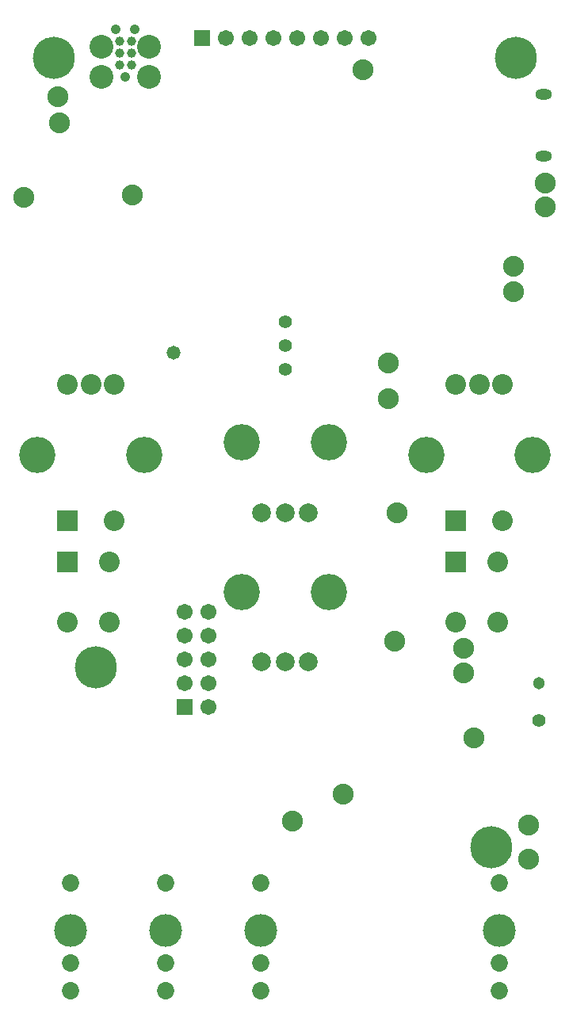
<source format=gbs>
G04*
G04 #@! TF.GenerationSoftware,Altium Limited,CircuitStudio,1.5.1 (13)*
G04*
G04 Layer_Color=8150272*
%FSLAX44Y44*%
%MOMM*%
G71*
G01*
G75*
%ADD126C,2.2352*%
%ADD127C,4.5032*%
%ADD128O,1.8032X1.1032*%
%ADD129R,2.2032X2.2032*%
%ADD130C,2.2032*%
%ADD131R,2.2032X2.2032*%
%ADD132C,3.8651*%
%ADD133C,1.7032*%
%ADD134R,1.7032X1.7032*%
%ADD135C,1.0668*%
%ADD136C,2.5400*%
%ADD137R,1.7032X1.7032*%
%ADD138C,1.4032*%
%ADD139C,2.0033*%
%ADD140C,1.8533*%
%ADD141C,3.5032*%
%ADD142C,1.3032*%
%ADD143C,1.4732*%
%ADD144C,0.9906*%
D126*
X308610Y1226820D02*
D03*
X310134Y1198880D02*
D03*
X671068Y781812D02*
D03*
X661670Y903732D02*
D03*
X742188Y637032D02*
D03*
X613918Y481838D02*
D03*
X661670Y941832D02*
D03*
X742188Y611378D02*
D03*
X811530Y448818D02*
D03*
Y412496D02*
D03*
X559562Y452374D02*
D03*
X753618Y542036D02*
D03*
X829056Y1134618D02*
D03*
Y1108964D02*
D03*
X795782Y1045464D02*
D03*
Y1018032D02*
D03*
X634492Y1255776D02*
D03*
X388620Y1121410D02*
D03*
X272542Y1119378D02*
D03*
X668782Y645160D02*
D03*
D127*
X771906Y425196D02*
D03*
X348996Y616712D02*
D03*
X798200Y1268200D02*
D03*
X304800D02*
D03*
D128*
X828040Y1163340D02*
D03*
Y1229340D02*
D03*
D129*
X319000Y729996D02*
D03*
X734000D02*
D03*
D130*
X319000Y664996D02*
D03*
X364000Y729996D02*
D03*
Y664996D02*
D03*
X779000D02*
D03*
Y729996D02*
D03*
X734000Y664996D02*
D03*
X369000Y919000D02*
D03*
X344000D02*
D03*
X319000D02*
D03*
X369000Y774000D02*
D03*
X784000D02*
D03*
X734000Y919000D02*
D03*
X759000D02*
D03*
X784000D02*
D03*
D131*
X319000Y774000D02*
D03*
X734000D02*
D03*
D132*
X287000Y844000D02*
D03*
X401000D02*
D03*
X816000D02*
D03*
X702000D02*
D03*
X598002Y857485D02*
D03*
X505000D02*
D03*
Y697800D02*
D03*
X598002D02*
D03*
D133*
X640400Y1289050D02*
D03*
X615000D02*
D03*
X589600D02*
D03*
X564200D02*
D03*
X538800D02*
D03*
X513400D02*
D03*
X488000D02*
D03*
X469392Y575056D02*
D03*
X443992Y600456D02*
D03*
X469392D02*
D03*
X443992Y625856D02*
D03*
X469392D02*
D03*
X443992Y651256D02*
D03*
X469392D02*
D03*
X443992Y676656D02*
D03*
X469392D02*
D03*
D134*
X462600Y1289050D02*
D03*
D135*
X380746Y1247902D02*
D03*
X390906Y1298702D02*
D03*
X370586D02*
D03*
D136*
X355346Y1247902D02*
D03*
X406146D02*
D03*
Y1279652D02*
D03*
X355346D02*
D03*
D137*
X443992Y575056D02*
D03*
D138*
X551502Y986282D02*
D03*
Y935482D02*
D03*
Y960882D02*
D03*
X822800Y560250D02*
D03*
D139*
X576501Y782483D02*
D03*
X551502D02*
D03*
X526501D02*
D03*
Y622799D02*
D03*
X551502D02*
D03*
X576501D02*
D03*
D140*
X525780Y386296D02*
D03*
Y301295D02*
D03*
Y271295D02*
D03*
X424180D02*
D03*
Y301295D02*
D03*
Y386296D02*
D03*
X322580D02*
D03*
Y301295D02*
D03*
Y271295D02*
D03*
X780420D02*
D03*
Y301295D02*
D03*
Y386296D02*
D03*
D141*
X525780Y336296D02*
D03*
X424180D02*
D03*
X322580D02*
D03*
X780420D02*
D03*
D142*
X822800Y600250D02*
D03*
D143*
X432562Y953008D02*
D03*
D144*
X387096Y1273302D02*
D03*
X374396Y1286002D02*
D03*
X387096D02*
D03*
X374396Y1273302D02*
D03*
X387096Y1260602D02*
D03*
X374396D02*
D03*
M02*

</source>
